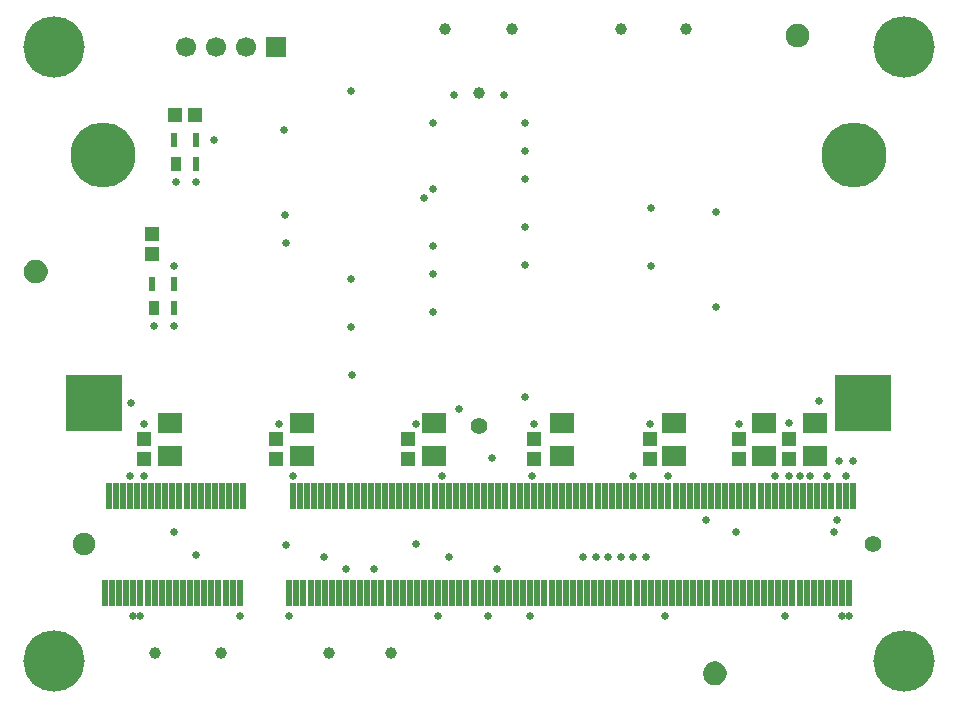
<source format=gts>
G04*
G04 #@! TF.GenerationSoftware,Altium Limited,Altium Designer,19.0.15 (446)*
G04*
G04 Layer_Color=8388736*
%FSLAX43Y43*%
%MOMM*%
G71*
G01*
G75*
%ADD19R,0.483X1.168*%
%ADD20R,0.889X1.168*%
%ADD22R,0.550X2.200*%
%ADD23R,4.700X4.800*%
%ADD24C,1.000*%
%ADD25R,1.300X1.200*%
%ADD26R,1.200X1.300*%
%ADD27R,2.000X1.800*%
%ADD28C,5.500*%
%ADD29C,1.900*%
%ADD30C,1.400*%
%ADD31C,5.200*%
%ADD32R,1.700X1.700*%
%ADD33C,1.700*%
%ADD34C,0.657*%
G36*
X2500Y36000D02*
X2401D01*
X2208Y36038D01*
X2026Y36114D01*
X1863Y36223D01*
X1723Y36363D01*
X1614Y36526D01*
X1538Y36708D01*
X1500Y36902D01*
X1500Y37000D01*
Y37000D01*
X1500Y37098D01*
X1538Y37292D01*
X1614Y37474D01*
X1723Y37637D01*
X1863Y37777D01*
X2026Y37886D01*
X2208Y37962D01*
X2401Y38000D01*
X2500Y38000D01*
X2598Y38000D01*
X2792Y37962D01*
X2974Y37886D01*
X3137Y37777D01*
X3277Y37637D01*
X3386Y37474D01*
X3462Y37292D01*
X3500Y37098D01*
X3500Y37000D01*
X3500Y36902D01*
X3462Y36708D01*
X3386Y36526D01*
X3277Y36362D01*
X3137Y36223D01*
X2974Y36114D01*
X2792Y36038D01*
X2598Y36000D01*
X2500Y36000D01*
D01*
D02*
G37*
G36*
X60000Y2000D02*
X59901D01*
X59708Y2038D01*
X59526Y2114D01*
X59363Y2223D01*
X59223Y2363D01*
X59114Y2526D01*
X59038Y2708D01*
X59000Y2901D01*
X59000Y3000D01*
Y3000D01*
X59000Y3098D01*
X59038Y3292D01*
X59114Y3474D01*
X59223Y3637D01*
X59363Y3777D01*
X59526Y3886D01*
X59708Y3962D01*
X59902Y4000D01*
X60000Y4000D01*
X60098Y4000D01*
X60292Y3962D01*
X60474Y3886D01*
X60637Y3777D01*
X60777Y3637D01*
X60886Y3474D01*
X60962Y3292D01*
X61000Y3098D01*
X61000Y3000D01*
X61000Y2901D01*
X60962Y2708D01*
X60886Y2526D01*
X60777Y2362D01*
X60637Y2223D01*
X60474Y2114D01*
X60292Y2038D01*
X60098Y2000D01*
X60000Y2000D01*
D01*
D02*
G37*
G36*
X67000Y56000D02*
X66901D01*
X66708Y56038D01*
X66526Y56114D01*
X66363Y56223D01*
X66223Y56363D01*
X66114Y56526D01*
X66038Y56708D01*
X66000Y56902D01*
X66000Y57000D01*
Y57000D01*
X66000Y57098D01*
X66038Y57292D01*
X66114Y57474D01*
X66223Y57637D01*
X66363Y57777D01*
X66526Y57886D01*
X66708Y57962D01*
X66901Y58000D01*
X67000Y58000D01*
X67098Y58000D01*
X67292Y57962D01*
X67474Y57886D01*
X67637Y57777D01*
X67777Y57637D01*
X67886Y57474D01*
X67962Y57292D01*
X68000Y57098D01*
X68000Y57000D01*
X68000Y56902D01*
X67962Y56708D01*
X67886Y56526D01*
X67777Y56362D01*
X67637Y56223D01*
X67474Y56114D01*
X67292Y56038D01*
X67098Y56000D01*
X67000Y56000D01*
D01*
D02*
G37*
D19*
X14160Y48128D02*
D03*
X16060D02*
D03*
Y46096D02*
D03*
X12324Y35953D02*
D03*
X14224D02*
D03*
Y33921D02*
D03*
D20*
X14363Y46096D02*
D03*
X12527Y33921D02*
D03*
D22*
X8364Y9805D02*
D03*
X8664Y18005D02*
D03*
X8964Y9805D02*
D03*
X9264Y18005D02*
D03*
X9564Y9805D02*
D03*
X9864Y18005D02*
D03*
X10164Y9805D02*
D03*
X10464Y18005D02*
D03*
X10764Y9805D02*
D03*
X11064Y18005D02*
D03*
X11364Y9805D02*
D03*
X11664Y18005D02*
D03*
X11964Y9805D02*
D03*
X12264Y18005D02*
D03*
X12564Y9805D02*
D03*
X12864Y18005D02*
D03*
X13164Y9805D02*
D03*
X13464Y18005D02*
D03*
X13764Y9805D02*
D03*
X14064Y18005D02*
D03*
X14364Y9805D02*
D03*
X14664Y18005D02*
D03*
X14964Y9805D02*
D03*
X15264Y18005D02*
D03*
X15564Y9805D02*
D03*
X15864Y18005D02*
D03*
X16164Y9805D02*
D03*
X16464Y18005D02*
D03*
X16764Y9805D02*
D03*
X17064Y18005D02*
D03*
X17364Y9805D02*
D03*
X17664Y18005D02*
D03*
X17964Y9805D02*
D03*
X18264Y18005D02*
D03*
X18564Y9805D02*
D03*
X18864Y18005D02*
D03*
X19164Y9805D02*
D03*
X19464Y18005D02*
D03*
X19764Y9805D02*
D03*
X20064Y18005D02*
D03*
X23964Y9805D02*
D03*
X24264Y18005D02*
D03*
X24564Y9805D02*
D03*
X24864Y18005D02*
D03*
X25164Y9805D02*
D03*
X25464Y18005D02*
D03*
X25764Y9805D02*
D03*
X26064Y18005D02*
D03*
X26364Y9805D02*
D03*
X26664Y18005D02*
D03*
X26964Y9805D02*
D03*
X27264Y18005D02*
D03*
X27564Y9805D02*
D03*
X27864Y18005D02*
D03*
X28164Y9805D02*
D03*
X28464Y18005D02*
D03*
X28764Y9805D02*
D03*
X29064Y18005D02*
D03*
X29364Y9805D02*
D03*
X29664Y18005D02*
D03*
X29964Y9805D02*
D03*
X30264Y18005D02*
D03*
X30564Y9805D02*
D03*
X30864Y18005D02*
D03*
X31164Y9805D02*
D03*
X31464Y18005D02*
D03*
X31764Y9805D02*
D03*
X32064Y18005D02*
D03*
X32364Y9805D02*
D03*
X32664Y18005D02*
D03*
X32964Y9805D02*
D03*
X33264Y18005D02*
D03*
X33564Y9805D02*
D03*
X33864Y18005D02*
D03*
X34164Y9805D02*
D03*
X34464Y18005D02*
D03*
X34764Y9805D02*
D03*
X35064Y18005D02*
D03*
X35364Y9805D02*
D03*
X35664Y18005D02*
D03*
X35964Y9805D02*
D03*
X36264Y18005D02*
D03*
X36564Y9805D02*
D03*
X36864Y18005D02*
D03*
X37164Y9805D02*
D03*
X37464Y18005D02*
D03*
X37764Y9805D02*
D03*
X38064Y18005D02*
D03*
X38364Y9805D02*
D03*
X38664Y18005D02*
D03*
X38964Y9805D02*
D03*
X39264Y18005D02*
D03*
X39564Y9805D02*
D03*
X39864Y18005D02*
D03*
X40164Y9805D02*
D03*
X40464Y18005D02*
D03*
X40764Y9805D02*
D03*
X41064Y18005D02*
D03*
X41364Y9805D02*
D03*
X41664Y18005D02*
D03*
X41964Y9805D02*
D03*
X42264Y18005D02*
D03*
X42564Y9805D02*
D03*
X42864Y18005D02*
D03*
X43164Y9805D02*
D03*
X43464Y18005D02*
D03*
X43764Y9805D02*
D03*
X44064Y18005D02*
D03*
X44364Y9805D02*
D03*
X44664Y18005D02*
D03*
X44964Y9805D02*
D03*
X45264Y18005D02*
D03*
X45564Y9805D02*
D03*
X45864Y18005D02*
D03*
X46164Y9805D02*
D03*
X46464Y18005D02*
D03*
X46764Y9805D02*
D03*
X47064Y18005D02*
D03*
X47364Y9805D02*
D03*
X47664Y18005D02*
D03*
X47964Y9805D02*
D03*
X48264Y18005D02*
D03*
X48564Y9805D02*
D03*
X48864Y18005D02*
D03*
X49164Y9805D02*
D03*
X49464Y18005D02*
D03*
X49764Y9805D02*
D03*
X50064Y18005D02*
D03*
X50364Y9805D02*
D03*
X50664Y18005D02*
D03*
X50964Y9805D02*
D03*
X51264Y18005D02*
D03*
X51564Y9805D02*
D03*
X51864Y18005D02*
D03*
X52164Y9805D02*
D03*
X52464Y18005D02*
D03*
X52764Y9805D02*
D03*
X53064Y18005D02*
D03*
X53364Y9805D02*
D03*
X53664Y18005D02*
D03*
X53964Y9805D02*
D03*
X54264Y18005D02*
D03*
X54564Y9805D02*
D03*
X54864Y18005D02*
D03*
X55164Y9805D02*
D03*
X55464Y18005D02*
D03*
X55764Y9805D02*
D03*
X56064Y18005D02*
D03*
X56364Y9805D02*
D03*
X56664Y18005D02*
D03*
X56964Y9805D02*
D03*
X57264Y18005D02*
D03*
X57564Y9805D02*
D03*
X57864Y18005D02*
D03*
X58164Y9805D02*
D03*
X58464Y18005D02*
D03*
X58764Y9805D02*
D03*
X59064Y18005D02*
D03*
X59364Y9805D02*
D03*
X59664Y18005D02*
D03*
X59964Y9805D02*
D03*
X60264Y18005D02*
D03*
X60564Y9805D02*
D03*
X60864Y18005D02*
D03*
X61164Y9805D02*
D03*
X61464Y18005D02*
D03*
X61764Y9805D02*
D03*
X62064Y18005D02*
D03*
X62364Y9805D02*
D03*
X62664Y18005D02*
D03*
X62964Y9805D02*
D03*
X63264Y18005D02*
D03*
X63564Y9805D02*
D03*
X63864Y18005D02*
D03*
X64164Y9805D02*
D03*
X64464Y18005D02*
D03*
X64764Y9805D02*
D03*
X65064Y18005D02*
D03*
X65364Y9805D02*
D03*
X65664Y18005D02*
D03*
X65964Y9805D02*
D03*
X66264Y18005D02*
D03*
X66564Y9805D02*
D03*
X66864Y18005D02*
D03*
X67164Y9805D02*
D03*
X67464Y18005D02*
D03*
X67764Y9805D02*
D03*
X68064Y18005D02*
D03*
X68364Y9805D02*
D03*
X68664Y18005D02*
D03*
X68964Y9805D02*
D03*
X69264Y18005D02*
D03*
X69564Y9805D02*
D03*
X69864Y18005D02*
D03*
X70164Y9805D02*
D03*
X70464Y18005D02*
D03*
X70764Y9805D02*
D03*
X71064Y18005D02*
D03*
X71364Y9805D02*
D03*
X71664Y18005D02*
D03*
D23*
X72564Y25905D02*
D03*
X7464D02*
D03*
D24*
X18207Y4699D02*
D03*
X12573D02*
D03*
X32542D02*
D03*
X52009Y57531D02*
D03*
X27305Y4699D02*
D03*
X57531Y57531D02*
D03*
X37150D02*
D03*
X42799D02*
D03*
X40000Y52100D02*
D03*
D25*
X14260Y50263D02*
D03*
X15960D02*
D03*
D26*
X12319Y38491D02*
D03*
Y40191D02*
D03*
X66294Y21132D02*
D03*
Y22832D02*
D03*
X62064Y21132D02*
D03*
Y22832D02*
D03*
X54483Y21132D02*
D03*
Y22832D02*
D03*
X44704Y21132D02*
D03*
Y22832D02*
D03*
X34036Y21132D02*
D03*
Y22832D02*
D03*
X22860Y21132D02*
D03*
Y22832D02*
D03*
X11673Y21132D02*
D03*
Y22832D02*
D03*
D27*
X68453Y21362D02*
D03*
Y24162D02*
D03*
X64164Y21362D02*
D03*
Y24162D02*
D03*
X56572Y21362D02*
D03*
Y24162D02*
D03*
X47064Y21362D02*
D03*
Y24162D02*
D03*
X36195Y21362D02*
D03*
Y24162D02*
D03*
X25026Y21362D02*
D03*
Y24162D02*
D03*
X13823Y21362D02*
D03*
Y24162D02*
D03*
D28*
X8173Y46905D02*
D03*
X71813D02*
D03*
D29*
X6614Y13905D02*
D03*
D30*
X73414D02*
D03*
X40000Y23900D02*
D03*
D31*
X4000Y56000D02*
D03*
Y4000D02*
D03*
X76000D02*
D03*
Y56000D02*
D03*
D32*
X22812D02*
D03*
D33*
X20272D02*
D03*
X17732D02*
D03*
X15192D02*
D03*
D34*
X54564Y37453D02*
D03*
X54610Y42386D02*
D03*
X37913Y51943D02*
D03*
X42164D02*
D03*
X31164Y11805D02*
D03*
X29191Y52324D02*
D03*
X40767Y7805D02*
D03*
X66294Y24162D02*
D03*
X68834Y26035D02*
D03*
X70104Y14925D02*
D03*
X44364Y7805D02*
D03*
X23697Y13895D02*
D03*
X41529Y11835D02*
D03*
X28764Y11805D02*
D03*
X16060Y13000D02*
D03*
X34694Y13918D02*
D03*
X70358Y15955D02*
D03*
X61788Y14925D02*
D03*
X59262Y15955D02*
D03*
X16060Y44596D02*
D03*
X60071Y33977D02*
D03*
X43900Y49603D02*
D03*
Y47203D02*
D03*
Y44803D02*
D03*
Y40803D02*
D03*
Y37603D02*
D03*
X38364Y25390D02*
D03*
X34671Y24062D02*
D03*
X23114Y24062D02*
D03*
X54500D02*
D03*
X10570Y25908D02*
D03*
X70464Y21000D02*
D03*
X69500Y19685D02*
D03*
X71074D02*
D03*
X71664Y21000D02*
D03*
X54160Y12865D02*
D03*
X52035D02*
D03*
X53098D02*
D03*
X50973D02*
D03*
X48849D02*
D03*
X67183Y19685D02*
D03*
X14224Y14957D02*
D03*
X17560Y48128D02*
D03*
X26938Y12812D02*
D03*
X23495Y48993D02*
D03*
X23685Y39404D02*
D03*
X23594Y41782D02*
D03*
X29191Y36384D02*
D03*
X35400Y43200D02*
D03*
X37446Y12847D02*
D03*
X41148Y21180D02*
D03*
X29288Y28256D02*
D03*
X29191Y32320D02*
D03*
X10500Y19685D02*
D03*
X49911Y12865D02*
D03*
X53064Y19685D02*
D03*
X60071Y42008D02*
D03*
X65064Y19685D02*
D03*
X36100Y44000D02*
D03*
Y39200D02*
D03*
Y36800D02*
D03*
Y33600D02*
D03*
X44710Y24062D02*
D03*
X66264Y19685D02*
D03*
X36100Y49600D02*
D03*
X43900Y26403D02*
D03*
X68064Y19656D02*
D03*
X11664Y19685D02*
D03*
X10764Y7805D02*
D03*
X11364D02*
D03*
X19764D02*
D03*
X23964D02*
D03*
X36564D02*
D03*
X55764D02*
D03*
X65964D02*
D03*
X70764D02*
D03*
X71364D02*
D03*
X14224Y32421D02*
D03*
Y37453D02*
D03*
X12527Y32421D02*
D03*
X14363Y44596D02*
D03*
X11684Y24112D02*
D03*
X62064Y24123D02*
D03*
X44500Y19685D02*
D03*
X24257D02*
D03*
X36864D02*
D03*
X56064D02*
D03*
M02*

</source>
